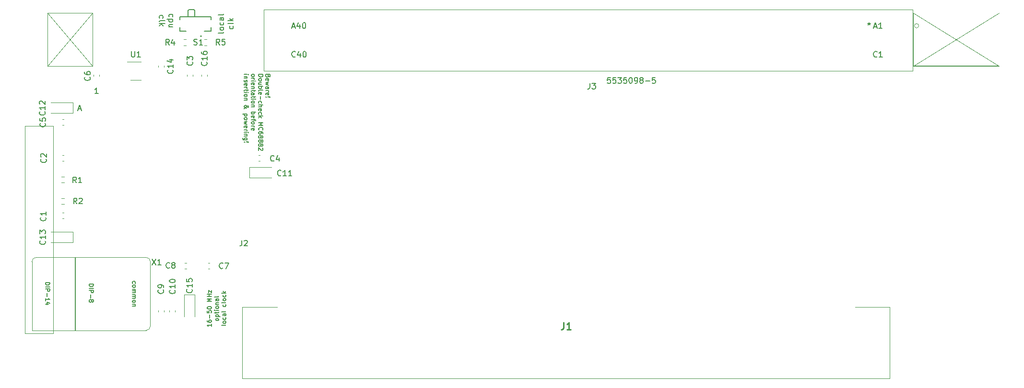
<source format=gbr>
%TF.GenerationSoftware,KiCad,Pcbnew,5.1.9+dfsg1-1~bpo10+1*%
%TF.CreationDate,2023-04-26T15:41:01+02:00*%
%TF.ProjectId,IIsiPDSAdapter,49497369-5044-4534-9164-61707465722e,rev?*%
%TF.SameCoordinates,Original*%
%TF.FileFunction,Legend,Top*%
%TF.FilePolarity,Positive*%
%FSLAX46Y46*%
G04 Gerber Fmt 4.6, Leading zero omitted, Abs format (unit mm)*
G04 Created by KiCad (PCBNEW 5.1.9+dfsg1-1~bpo10+1) date 2023-04-26 15:41:01*
%MOMM*%
%LPD*%
G01*
G04 APERTURE LIST*
%ADD10C,0.150000*%
%ADD11C,0.200000*%
%ADD12C,0.120000*%
%ADD13C,0.127000*%
%ADD14C,0.100000*%
%ADD15C,0.254000*%
G04 APERTURE END LIST*
D10*
X87854285Y-153002142D02*
X87854285Y-153430714D01*
X87854285Y-153216428D02*
X87104285Y-153216428D01*
X87211428Y-153287857D01*
X87282857Y-153359285D01*
X87318571Y-153430714D01*
X87104285Y-152359285D02*
X87104285Y-152502142D01*
X87140000Y-152573571D01*
X87175714Y-152609285D01*
X87282857Y-152680714D01*
X87425714Y-152716428D01*
X87711428Y-152716428D01*
X87782857Y-152680714D01*
X87818571Y-152645000D01*
X87854285Y-152573571D01*
X87854285Y-152430714D01*
X87818571Y-152359285D01*
X87782857Y-152323571D01*
X87711428Y-152287857D01*
X87532857Y-152287857D01*
X87461428Y-152323571D01*
X87425714Y-152359285D01*
X87390000Y-152430714D01*
X87390000Y-152573571D01*
X87425714Y-152645000D01*
X87461428Y-152680714D01*
X87532857Y-152716428D01*
X87568571Y-151966428D02*
X87568571Y-151395000D01*
X87104285Y-150680714D02*
X87104285Y-151037857D01*
X87461428Y-151073571D01*
X87425714Y-151037857D01*
X87390000Y-150966428D01*
X87390000Y-150787857D01*
X87425714Y-150716428D01*
X87461428Y-150680714D01*
X87532857Y-150645000D01*
X87711428Y-150645000D01*
X87782857Y-150680714D01*
X87818571Y-150716428D01*
X87854285Y-150787857D01*
X87854285Y-150966428D01*
X87818571Y-151037857D01*
X87782857Y-151073571D01*
X87104285Y-150180714D02*
X87104285Y-150109285D01*
X87140000Y-150037857D01*
X87175714Y-150002142D01*
X87247142Y-149966428D01*
X87390000Y-149930714D01*
X87568571Y-149930714D01*
X87711428Y-149966428D01*
X87782857Y-150002142D01*
X87818571Y-150037857D01*
X87854285Y-150109285D01*
X87854285Y-150180714D01*
X87818571Y-150252142D01*
X87782857Y-150287857D01*
X87711428Y-150323571D01*
X87568571Y-150359285D01*
X87390000Y-150359285D01*
X87247142Y-150323571D01*
X87175714Y-150287857D01*
X87140000Y-150252142D01*
X87104285Y-150180714D01*
X87854285Y-149037857D02*
X87104285Y-149037857D01*
X87640000Y-148787857D01*
X87104285Y-148537857D01*
X87854285Y-148537857D01*
X87854285Y-148180714D02*
X87104285Y-148180714D01*
X87461428Y-148180714D02*
X87461428Y-147752142D01*
X87854285Y-147752142D02*
X87104285Y-147752142D01*
X87354285Y-147466428D02*
X87354285Y-147073571D01*
X87854285Y-147466428D01*
X87854285Y-147073571D01*
X89129285Y-152270000D02*
X89093571Y-152341428D01*
X89057857Y-152377142D01*
X88986428Y-152412857D01*
X88772142Y-152412857D01*
X88700714Y-152377142D01*
X88665000Y-152341428D01*
X88629285Y-152270000D01*
X88629285Y-152162857D01*
X88665000Y-152091428D01*
X88700714Y-152055714D01*
X88772142Y-152020000D01*
X88986428Y-152020000D01*
X89057857Y-152055714D01*
X89093571Y-152091428D01*
X89129285Y-152162857D01*
X89129285Y-152270000D01*
X88629285Y-151698571D02*
X89379285Y-151698571D01*
X88665000Y-151698571D02*
X88629285Y-151627142D01*
X88629285Y-151484285D01*
X88665000Y-151412857D01*
X88700714Y-151377142D01*
X88772142Y-151341428D01*
X88986428Y-151341428D01*
X89057857Y-151377142D01*
X89093571Y-151412857D01*
X89129285Y-151484285D01*
X89129285Y-151627142D01*
X89093571Y-151698571D01*
X88629285Y-151127142D02*
X88629285Y-150841428D01*
X88379285Y-151020000D02*
X89022142Y-151020000D01*
X89093571Y-150984285D01*
X89129285Y-150912857D01*
X89129285Y-150841428D01*
X89129285Y-150591428D02*
X88629285Y-150591428D01*
X88379285Y-150591428D02*
X88415000Y-150627142D01*
X88450714Y-150591428D01*
X88415000Y-150555714D01*
X88379285Y-150591428D01*
X88450714Y-150591428D01*
X89129285Y-150127142D02*
X89093571Y-150198571D01*
X89057857Y-150234285D01*
X88986428Y-150270000D01*
X88772142Y-150270000D01*
X88700714Y-150234285D01*
X88665000Y-150198571D01*
X88629285Y-150127142D01*
X88629285Y-150020000D01*
X88665000Y-149948571D01*
X88700714Y-149912857D01*
X88772142Y-149877142D01*
X88986428Y-149877142D01*
X89057857Y-149912857D01*
X89093571Y-149948571D01*
X89129285Y-150020000D01*
X89129285Y-150127142D01*
X88629285Y-149555714D02*
X89129285Y-149555714D01*
X88700714Y-149555714D02*
X88665000Y-149520000D01*
X88629285Y-149448571D01*
X88629285Y-149341428D01*
X88665000Y-149270000D01*
X88736428Y-149234285D01*
X89129285Y-149234285D01*
X89129285Y-148555714D02*
X88736428Y-148555714D01*
X88665000Y-148591428D01*
X88629285Y-148662857D01*
X88629285Y-148805714D01*
X88665000Y-148877142D01*
X89093571Y-148555714D02*
X89129285Y-148627142D01*
X89129285Y-148805714D01*
X89093571Y-148877142D01*
X89022142Y-148912857D01*
X88950714Y-148912857D01*
X88879285Y-148877142D01*
X88843571Y-148805714D01*
X88843571Y-148627142D01*
X88807857Y-148555714D01*
X89129285Y-148091428D02*
X89093571Y-148162857D01*
X89022142Y-148198571D01*
X88379285Y-148198571D01*
X90404285Y-153145000D02*
X90368571Y-153216428D01*
X90297142Y-153252142D01*
X89654285Y-153252142D01*
X90404285Y-152752142D02*
X90368571Y-152823571D01*
X90332857Y-152859285D01*
X90261428Y-152895000D01*
X90047142Y-152895000D01*
X89975714Y-152859285D01*
X89940000Y-152823571D01*
X89904285Y-152752142D01*
X89904285Y-152645000D01*
X89940000Y-152573571D01*
X89975714Y-152537857D01*
X90047142Y-152502142D01*
X90261428Y-152502142D01*
X90332857Y-152537857D01*
X90368571Y-152573571D01*
X90404285Y-152645000D01*
X90404285Y-152752142D01*
X90368571Y-151859285D02*
X90404285Y-151930714D01*
X90404285Y-152073571D01*
X90368571Y-152145000D01*
X90332857Y-152180714D01*
X90261428Y-152216428D01*
X90047142Y-152216428D01*
X89975714Y-152180714D01*
X89940000Y-152145000D01*
X89904285Y-152073571D01*
X89904285Y-151930714D01*
X89940000Y-151859285D01*
X90404285Y-151216428D02*
X90011428Y-151216428D01*
X89940000Y-151252142D01*
X89904285Y-151323571D01*
X89904285Y-151466428D01*
X89940000Y-151537857D01*
X90368571Y-151216428D02*
X90404285Y-151287857D01*
X90404285Y-151466428D01*
X90368571Y-151537857D01*
X90297142Y-151573571D01*
X90225714Y-151573571D01*
X90154285Y-151537857D01*
X90118571Y-151466428D01*
X90118571Y-151287857D01*
X90082857Y-151216428D01*
X90404285Y-150752142D02*
X90368571Y-150823571D01*
X90297142Y-150859285D01*
X89654285Y-150859285D01*
X90368571Y-149573571D02*
X90404285Y-149645000D01*
X90404285Y-149787857D01*
X90368571Y-149859285D01*
X90332857Y-149895000D01*
X90261428Y-149930714D01*
X90047142Y-149930714D01*
X89975714Y-149895000D01*
X89940000Y-149859285D01*
X89904285Y-149787857D01*
X89904285Y-149645000D01*
X89940000Y-149573571D01*
X90404285Y-149145000D02*
X90368571Y-149216428D01*
X90297142Y-149252142D01*
X89654285Y-149252142D01*
X90404285Y-148752142D02*
X90368571Y-148823571D01*
X90332857Y-148859285D01*
X90261428Y-148895000D01*
X90047142Y-148895000D01*
X89975714Y-148859285D01*
X89940000Y-148823571D01*
X89904285Y-148752142D01*
X89904285Y-148645000D01*
X89940000Y-148573571D01*
X89975714Y-148537857D01*
X90047142Y-148502142D01*
X90261428Y-148502142D01*
X90332857Y-148537857D01*
X90368571Y-148573571D01*
X90404285Y-148645000D01*
X90404285Y-148752142D01*
X90368571Y-147859285D02*
X90404285Y-147930714D01*
X90404285Y-148073571D01*
X90368571Y-148145000D01*
X90332857Y-148180714D01*
X90261428Y-148216428D01*
X90047142Y-148216428D01*
X89975714Y-148180714D01*
X89940000Y-148145000D01*
X89904285Y-148073571D01*
X89904285Y-147930714D01*
X89940000Y-147859285D01*
X90404285Y-147537857D02*
X89654285Y-147537857D01*
X90118571Y-147466428D02*
X90404285Y-147252142D01*
X89904285Y-147252142D02*
X90190000Y-147537857D01*
X97876071Y-109156071D02*
X97840357Y-109263214D01*
X97804642Y-109298928D01*
X97733214Y-109334642D01*
X97626071Y-109334642D01*
X97554642Y-109298928D01*
X97518928Y-109263214D01*
X97483214Y-109191785D01*
X97483214Y-108906071D01*
X98233214Y-108906071D01*
X98233214Y-109156071D01*
X98197500Y-109227500D01*
X98161785Y-109263214D01*
X98090357Y-109298928D01*
X98018928Y-109298928D01*
X97947500Y-109263214D01*
X97911785Y-109227500D01*
X97876071Y-109156071D01*
X97876071Y-108906071D01*
X97518928Y-109941785D02*
X97483214Y-109870357D01*
X97483214Y-109727500D01*
X97518928Y-109656071D01*
X97590357Y-109620357D01*
X97876071Y-109620357D01*
X97947500Y-109656071D01*
X97983214Y-109727500D01*
X97983214Y-109870357D01*
X97947500Y-109941785D01*
X97876071Y-109977500D01*
X97804642Y-109977500D01*
X97733214Y-109620357D01*
X97983214Y-110227500D02*
X97483214Y-110370357D01*
X97840357Y-110513214D01*
X97483214Y-110656071D01*
X97983214Y-110798928D01*
X97483214Y-111406071D02*
X97876071Y-111406071D01*
X97947500Y-111370357D01*
X97983214Y-111298928D01*
X97983214Y-111156071D01*
X97947500Y-111084642D01*
X97518928Y-111406071D02*
X97483214Y-111334642D01*
X97483214Y-111156071D01*
X97518928Y-111084642D01*
X97590357Y-111048928D01*
X97661785Y-111048928D01*
X97733214Y-111084642D01*
X97768928Y-111156071D01*
X97768928Y-111334642D01*
X97804642Y-111406071D01*
X97483214Y-111763214D02*
X97983214Y-111763214D01*
X97840357Y-111763214D02*
X97911785Y-111798928D01*
X97947500Y-111834642D01*
X97983214Y-111906071D01*
X97983214Y-111977500D01*
X97518928Y-112513214D02*
X97483214Y-112441785D01*
X97483214Y-112298928D01*
X97518928Y-112227500D01*
X97590357Y-112191785D01*
X97876071Y-112191785D01*
X97947500Y-112227500D01*
X97983214Y-112298928D01*
X97983214Y-112441785D01*
X97947500Y-112513214D01*
X97876071Y-112548928D01*
X97804642Y-112548928D01*
X97733214Y-112191785D01*
X97554642Y-112870357D02*
X97518928Y-112906071D01*
X97483214Y-112870357D01*
X97518928Y-112834642D01*
X97554642Y-112870357D01*
X97483214Y-112870357D01*
X97768928Y-112870357D02*
X98197500Y-112834642D01*
X98233214Y-112870357D01*
X98197500Y-112906071D01*
X97768928Y-112870357D01*
X98233214Y-112870357D01*
X96208214Y-108906071D02*
X96958214Y-108906071D01*
X96958214Y-109084642D01*
X96922500Y-109191785D01*
X96851071Y-109263214D01*
X96779642Y-109298928D01*
X96636785Y-109334642D01*
X96529642Y-109334642D01*
X96386785Y-109298928D01*
X96315357Y-109263214D01*
X96243928Y-109191785D01*
X96208214Y-109084642D01*
X96208214Y-108906071D01*
X96208214Y-109763214D02*
X96243928Y-109691785D01*
X96279642Y-109656071D01*
X96351071Y-109620357D01*
X96565357Y-109620357D01*
X96636785Y-109656071D01*
X96672500Y-109691785D01*
X96708214Y-109763214D01*
X96708214Y-109870357D01*
X96672500Y-109941785D01*
X96636785Y-109977500D01*
X96565357Y-110013214D01*
X96351071Y-110013214D01*
X96279642Y-109977500D01*
X96243928Y-109941785D01*
X96208214Y-109870357D01*
X96208214Y-109763214D01*
X96708214Y-110656071D02*
X96208214Y-110656071D01*
X96708214Y-110334642D02*
X96315357Y-110334642D01*
X96243928Y-110370357D01*
X96208214Y-110441785D01*
X96208214Y-110548928D01*
X96243928Y-110620357D01*
X96279642Y-110656071D01*
X96208214Y-111013214D02*
X96958214Y-111013214D01*
X96672500Y-111013214D02*
X96708214Y-111084642D01*
X96708214Y-111227500D01*
X96672500Y-111298928D01*
X96636785Y-111334642D01*
X96565357Y-111370357D01*
X96351071Y-111370357D01*
X96279642Y-111334642D01*
X96243928Y-111298928D01*
X96208214Y-111227500D01*
X96208214Y-111084642D01*
X96243928Y-111013214D01*
X96208214Y-111798928D02*
X96243928Y-111727500D01*
X96315357Y-111691785D01*
X96958214Y-111691785D01*
X96243928Y-112370357D02*
X96208214Y-112298928D01*
X96208214Y-112156071D01*
X96243928Y-112084642D01*
X96315357Y-112048928D01*
X96601071Y-112048928D01*
X96672500Y-112084642D01*
X96708214Y-112156071D01*
X96708214Y-112298928D01*
X96672500Y-112370357D01*
X96601071Y-112406071D01*
X96529642Y-112406071D01*
X96458214Y-112048928D01*
X96493928Y-112727500D02*
X96493928Y-113298928D01*
X96243928Y-113977500D02*
X96208214Y-113906071D01*
X96208214Y-113763214D01*
X96243928Y-113691785D01*
X96279642Y-113656071D01*
X96351071Y-113620357D01*
X96565357Y-113620357D01*
X96636785Y-113656071D01*
X96672500Y-113691785D01*
X96708214Y-113763214D01*
X96708214Y-113906071D01*
X96672500Y-113977500D01*
X96208214Y-114298928D02*
X96958214Y-114298928D01*
X96208214Y-114620357D02*
X96601071Y-114620357D01*
X96672500Y-114584642D01*
X96708214Y-114513214D01*
X96708214Y-114406071D01*
X96672500Y-114334642D01*
X96636785Y-114298928D01*
X96243928Y-115263214D02*
X96208214Y-115191785D01*
X96208214Y-115048928D01*
X96243928Y-114977500D01*
X96315357Y-114941785D01*
X96601071Y-114941785D01*
X96672500Y-114977500D01*
X96708214Y-115048928D01*
X96708214Y-115191785D01*
X96672500Y-115263214D01*
X96601071Y-115298928D01*
X96529642Y-115298928D01*
X96458214Y-114941785D01*
X96243928Y-115941785D02*
X96208214Y-115870357D01*
X96208214Y-115727500D01*
X96243928Y-115656071D01*
X96279642Y-115620357D01*
X96351071Y-115584642D01*
X96565357Y-115584642D01*
X96636785Y-115620357D01*
X96672500Y-115656071D01*
X96708214Y-115727500D01*
X96708214Y-115870357D01*
X96672500Y-115941785D01*
X96208214Y-116263214D02*
X96958214Y-116263214D01*
X96493928Y-116334642D02*
X96208214Y-116548928D01*
X96708214Y-116548928D02*
X96422500Y-116263214D01*
X96208214Y-117441785D02*
X96958214Y-117441785D01*
X96422500Y-117691785D01*
X96958214Y-117941785D01*
X96208214Y-117941785D01*
X96279642Y-118727500D02*
X96243928Y-118691785D01*
X96208214Y-118584642D01*
X96208214Y-118513214D01*
X96243928Y-118406071D01*
X96315357Y-118334642D01*
X96386785Y-118298928D01*
X96529642Y-118263214D01*
X96636785Y-118263214D01*
X96779642Y-118298928D01*
X96851071Y-118334642D01*
X96922500Y-118406071D01*
X96958214Y-118513214D01*
X96958214Y-118584642D01*
X96922500Y-118691785D01*
X96886785Y-118727500D01*
X96958214Y-119370357D02*
X96958214Y-119227500D01*
X96922500Y-119156071D01*
X96886785Y-119120357D01*
X96779642Y-119048928D01*
X96636785Y-119013214D01*
X96351071Y-119013214D01*
X96279642Y-119048928D01*
X96243928Y-119084642D01*
X96208214Y-119156071D01*
X96208214Y-119298928D01*
X96243928Y-119370357D01*
X96279642Y-119406071D01*
X96351071Y-119441785D01*
X96529642Y-119441785D01*
X96601071Y-119406071D01*
X96636785Y-119370357D01*
X96672500Y-119298928D01*
X96672500Y-119156071D01*
X96636785Y-119084642D01*
X96601071Y-119048928D01*
X96529642Y-119013214D01*
X96636785Y-119870357D02*
X96672500Y-119798928D01*
X96708214Y-119763214D01*
X96779642Y-119727500D01*
X96815357Y-119727500D01*
X96886785Y-119763214D01*
X96922500Y-119798928D01*
X96958214Y-119870357D01*
X96958214Y-120013214D01*
X96922500Y-120084642D01*
X96886785Y-120120357D01*
X96815357Y-120156071D01*
X96779642Y-120156071D01*
X96708214Y-120120357D01*
X96672500Y-120084642D01*
X96636785Y-120013214D01*
X96636785Y-119870357D01*
X96601071Y-119798928D01*
X96565357Y-119763214D01*
X96493928Y-119727500D01*
X96351071Y-119727500D01*
X96279642Y-119763214D01*
X96243928Y-119798928D01*
X96208214Y-119870357D01*
X96208214Y-120013214D01*
X96243928Y-120084642D01*
X96279642Y-120120357D01*
X96351071Y-120156071D01*
X96493928Y-120156071D01*
X96565357Y-120120357D01*
X96601071Y-120084642D01*
X96636785Y-120013214D01*
X96636785Y-120584642D02*
X96672500Y-120513214D01*
X96708214Y-120477500D01*
X96779642Y-120441785D01*
X96815357Y-120441785D01*
X96886785Y-120477500D01*
X96922500Y-120513214D01*
X96958214Y-120584642D01*
X96958214Y-120727500D01*
X96922500Y-120798928D01*
X96886785Y-120834642D01*
X96815357Y-120870357D01*
X96779642Y-120870357D01*
X96708214Y-120834642D01*
X96672500Y-120798928D01*
X96636785Y-120727500D01*
X96636785Y-120584642D01*
X96601071Y-120513214D01*
X96565357Y-120477500D01*
X96493928Y-120441785D01*
X96351071Y-120441785D01*
X96279642Y-120477500D01*
X96243928Y-120513214D01*
X96208214Y-120584642D01*
X96208214Y-120727500D01*
X96243928Y-120798928D01*
X96279642Y-120834642D01*
X96351071Y-120870357D01*
X96493928Y-120870357D01*
X96565357Y-120834642D01*
X96601071Y-120798928D01*
X96636785Y-120727500D01*
X96636785Y-121298928D02*
X96672500Y-121227500D01*
X96708214Y-121191785D01*
X96779642Y-121156071D01*
X96815357Y-121156071D01*
X96886785Y-121191785D01*
X96922500Y-121227500D01*
X96958214Y-121298928D01*
X96958214Y-121441785D01*
X96922500Y-121513214D01*
X96886785Y-121548928D01*
X96815357Y-121584642D01*
X96779642Y-121584642D01*
X96708214Y-121548928D01*
X96672500Y-121513214D01*
X96636785Y-121441785D01*
X96636785Y-121298928D01*
X96601071Y-121227500D01*
X96565357Y-121191785D01*
X96493928Y-121156071D01*
X96351071Y-121156071D01*
X96279642Y-121191785D01*
X96243928Y-121227500D01*
X96208214Y-121298928D01*
X96208214Y-121441785D01*
X96243928Y-121513214D01*
X96279642Y-121548928D01*
X96351071Y-121584642D01*
X96493928Y-121584642D01*
X96565357Y-121548928D01*
X96601071Y-121513214D01*
X96636785Y-121441785D01*
X96886785Y-121870357D02*
X96922500Y-121906071D01*
X96958214Y-121977500D01*
X96958214Y-122156071D01*
X96922500Y-122227500D01*
X96886785Y-122263214D01*
X96815357Y-122298928D01*
X96743928Y-122298928D01*
X96636785Y-122263214D01*
X96208214Y-121834642D01*
X96208214Y-122298928D01*
X94933214Y-109013214D02*
X94968928Y-108941785D01*
X95004642Y-108906071D01*
X95076071Y-108870357D01*
X95290357Y-108870357D01*
X95361785Y-108906071D01*
X95397500Y-108941785D01*
X95433214Y-109013214D01*
X95433214Y-109120357D01*
X95397500Y-109191785D01*
X95361785Y-109227500D01*
X95290357Y-109263214D01*
X95076071Y-109263214D01*
X95004642Y-109227500D01*
X94968928Y-109191785D01*
X94933214Y-109120357D01*
X94933214Y-109013214D01*
X94933214Y-109584642D02*
X95433214Y-109584642D01*
X95290357Y-109584642D02*
X95361785Y-109620357D01*
X95397500Y-109656071D01*
X95433214Y-109727500D01*
X95433214Y-109798928D01*
X94933214Y-110048928D02*
X95433214Y-110048928D01*
X95683214Y-110048928D02*
X95647500Y-110013214D01*
X95611785Y-110048928D01*
X95647500Y-110084642D01*
X95683214Y-110048928D01*
X95611785Y-110048928D01*
X94968928Y-110691785D02*
X94933214Y-110620357D01*
X94933214Y-110477500D01*
X94968928Y-110406071D01*
X95040357Y-110370357D01*
X95326071Y-110370357D01*
X95397500Y-110406071D01*
X95433214Y-110477500D01*
X95433214Y-110620357D01*
X95397500Y-110691785D01*
X95326071Y-110727500D01*
X95254642Y-110727500D01*
X95183214Y-110370357D01*
X95433214Y-111048928D02*
X94933214Y-111048928D01*
X95361785Y-111048928D02*
X95397500Y-111084642D01*
X95433214Y-111156071D01*
X95433214Y-111263214D01*
X95397500Y-111334642D01*
X95326071Y-111370357D01*
X94933214Y-111370357D01*
X95433214Y-111620357D02*
X95433214Y-111906071D01*
X95683214Y-111727500D02*
X95040357Y-111727500D01*
X94968928Y-111763214D01*
X94933214Y-111834642D01*
X94933214Y-111906071D01*
X94933214Y-112477500D02*
X95326071Y-112477500D01*
X95397500Y-112441785D01*
X95433214Y-112370357D01*
X95433214Y-112227500D01*
X95397500Y-112156071D01*
X94968928Y-112477500D02*
X94933214Y-112406071D01*
X94933214Y-112227500D01*
X94968928Y-112156071D01*
X95040357Y-112120357D01*
X95111785Y-112120357D01*
X95183214Y-112156071D01*
X95218928Y-112227500D01*
X95218928Y-112406071D01*
X95254642Y-112477500D01*
X95433214Y-112727500D02*
X95433214Y-113013214D01*
X95683214Y-112834642D02*
X95040357Y-112834642D01*
X94968928Y-112870357D01*
X94933214Y-112941785D01*
X94933214Y-113013214D01*
X94933214Y-113263214D02*
X95433214Y-113263214D01*
X95683214Y-113263214D02*
X95647500Y-113227500D01*
X95611785Y-113263214D01*
X95647500Y-113298928D01*
X95683214Y-113263214D01*
X95611785Y-113263214D01*
X94933214Y-113727500D02*
X94968928Y-113656071D01*
X95004642Y-113620357D01*
X95076071Y-113584642D01*
X95290357Y-113584642D01*
X95361785Y-113620357D01*
X95397500Y-113656071D01*
X95433214Y-113727500D01*
X95433214Y-113834642D01*
X95397500Y-113906071D01*
X95361785Y-113941785D01*
X95290357Y-113977500D01*
X95076071Y-113977500D01*
X95004642Y-113941785D01*
X94968928Y-113906071D01*
X94933214Y-113834642D01*
X94933214Y-113727500D01*
X95433214Y-114298928D02*
X94933214Y-114298928D01*
X95361785Y-114298928D02*
X95397500Y-114334642D01*
X95433214Y-114406071D01*
X95433214Y-114513214D01*
X95397500Y-114584642D01*
X95326071Y-114620357D01*
X94933214Y-114620357D01*
X94933214Y-115548928D02*
X95683214Y-115548928D01*
X95397500Y-115548928D02*
X95433214Y-115620357D01*
X95433214Y-115763214D01*
X95397500Y-115834642D01*
X95361785Y-115870357D01*
X95290357Y-115906071D01*
X95076071Y-115906071D01*
X95004642Y-115870357D01*
X94968928Y-115834642D01*
X94933214Y-115763214D01*
X94933214Y-115620357D01*
X94968928Y-115548928D01*
X94968928Y-116513214D02*
X94933214Y-116441785D01*
X94933214Y-116298928D01*
X94968928Y-116227500D01*
X95040357Y-116191785D01*
X95326071Y-116191785D01*
X95397500Y-116227500D01*
X95433214Y-116298928D01*
X95433214Y-116441785D01*
X95397500Y-116513214D01*
X95326071Y-116548928D01*
X95254642Y-116548928D01*
X95183214Y-116191785D01*
X95433214Y-116763214D02*
X95433214Y-117048928D01*
X94933214Y-116870357D02*
X95576071Y-116870357D01*
X95647500Y-116906071D01*
X95683214Y-116977500D01*
X95683214Y-117048928D01*
X94933214Y-117406071D02*
X94968928Y-117334642D01*
X95004642Y-117298928D01*
X95076071Y-117263214D01*
X95290357Y-117263214D01*
X95361785Y-117298928D01*
X95397500Y-117334642D01*
X95433214Y-117406071D01*
X95433214Y-117513214D01*
X95397500Y-117584642D01*
X95361785Y-117620357D01*
X95290357Y-117656071D01*
X95076071Y-117656071D01*
X95004642Y-117620357D01*
X94968928Y-117584642D01*
X94933214Y-117513214D01*
X94933214Y-117406071D01*
X94933214Y-117977500D02*
X95433214Y-117977500D01*
X95290357Y-117977500D02*
X95361785Y-118013214D01*
X95397500Y-118048928D01*
X95433214Y-118120357D01*
X95433214Y-118191785D01*
X94968928Y-118727500D02*
X94933214Y-118656071D01*
X94933214Y-118513214D01*
X94968928Y-118441785D01*
X95040357Y-118406071D01*
X95326071Y-118406071D01*
X95397500Y-118441785D01*
X95433214Y-118513214D01*
X95433214Y-118656071D01*
X95397500Y-118727500D01*
X95326071Y-118763214D01*
X95254642Y-118763214D01*
X95183214Y-118406071D01*
X93658214Y-108906071D02*
X94158214Y-108906071D01*
X94408214Y-108906071D02*
X94372500Y-108870357D01*
X94336785Y-108906071D01*
X94372500Y-108941785D01*
X94408214Y-108906071D01*
X94336785Y-108906071D01*
X94158214Y-109263214D02*
X93658214Y-109263214D01*
X94086785Y-109263214D02*
X94122500Y-109298928D01*
X94158214Y-109370357D01*
X94158214Y-109477500D01*
X94122500Y-109548928D01*
X94051071Y-109584642D01*
X93658214Y-109584642D01*
X93693928Y-109906071D02*
X93658214Y-109977500D01*
X93658214Y-110120357D01*
X93693928Y-110191785D01*
X93765357Y-110227500D01*
X93801071Y-110227500D01*
X93872500Y-110191785D01*
X93908214Y-110120357D01*
X93908214Y-110013214D01*
X93943928Y-109941785D01*
X94015357Y-109906071D01*
X94051071Y-109906071D01*
X94122500Y-109941785D01*
X94158214Y-110013214D01*
X94158214Y-110120357D01*
X94122500Y-110191785D01*
X93693928Y-110834642D02*
X93658214Y-110763214D01*
X93658214Y-110620357D01*
X93693928Y-110548928D01*
X93765357Y-110513214D01*
X94051071Y-110513214D01*
X94122500Y-110548928D01*
X94158214Y-110620357D01*
X94158214Y-110763214D01*
X94122500Y-110834642D01*
X94051071Y-110870357D01*
X93979642Y-110870357D01*
X93908214Y-110513214D01*
X93658214Y-111191785D02*
X94158214Y-111191785D01*
X94015357Y-111191785D02*
X94086785Y-111227500D01*
X94122500Y-111263214D01*
X94158214Y-111334642D01*
X94158214Y-111406071D01*
X94158214Y-111548928D02*
X94158214Y-111834642D01*
X94408214Y-111656071D02*
X93765357Y-111656071D01*
X93693928Y-111691785D01*
X93658214Y-111763214D01*
X93658214Y-111834642D01*
X93658214Y-112084642D02*
X94158214Y-112084642D01*
X94408214Y-112084642D02*
X94372500Y-112048928D01*
X94336785Y-112084642D01*
X94372500Y-112120357D01*
X94408214Y-112084642D01*
X94336785Y-112084642D01*
X93658214Y-112548928D02*
X93693928Y-112477500D01*
X93729642Y-112441785D01*
X93801071Y-112406071D01*
X94015357Y-112406071D01*
X94086785Y-112441785D01*
X94122500Y-112477500D01*
X94158214Y-112548928D01*
X94158214Y-112656071D01*
X94122500Y-112727500D01*
X94086785Y-112763214D01*
X94015357Y-112798928D01*
X93801071Y-112798928D01*
X93729642Y-112763214D01*
X93693928Y-112727500D01*
X93658214Y-112656071D01*
X93658214Y-112548928D01*
X94158214Y-113120357D02*
X93658214Y-113120357D01*
X94086785Y-113120357D02*
X94122500Y-113156071D01*
X94158214Y-113227500D01*
X94158214Y-113334642D01*
X94122500Y-113406071D01*
X94051071Y-113441785D01*
X93658214Y-113441785D01*
X93658214Y-114977500D02*
X93658214Y-114941785D01*
X93693928Y-114870357D01*
X93801071Y-114763214D01*
X94015357Y-114584642D01*
X94122500Y-114513214D01*
X94229642Y-114477500D01*
X94301071Y-114477500D01*
X94372500Y-114513214D01*
X94408214Y-114584642D01*
X94408214Y-114620357D01*
X94372500Y-114691785D01*
X94301071Y-114727500D01*
X94265357Y-114727500D01*
X94193928Y-114691785D01*
X94158214Y-114656071D01*
X94015357Y-114441785D01*
X93979642Y-114406071D01*
X93908214Y-114370357D01*
X93801071Y-114370357D01*
X93729642Y-114406071D01*
X93693928Y-114441785D01*
X93658214Y-114513214D01*
X93658214Y-114620357D01*
X93693928Y-114691785D01*
X93729642Y-114727500D01*
X93872500Y-114834642D01*
X93979642Y-114870357D01*
X94051071Y-114870357D01*
X94158214Y-115870357D02*
X93408214Y-115870357D01*
X94122500Y-115870357D02*
X94158214Y-115941785D01*
X94158214Y-116084642D01*
X94122500Y-116156071D01*
X94086785Y-116191785D01*
X94015357Y-116227500D01*
X93801071Y-116227500D01*
X93729642Y-116191785D01*
X93693928Y-116156071D01*
X93658214Y-116084642D01*
X93658214Y-115941785D01*
X93693928Y-115870357D01*
X93658214Y-116656071D02*
X93693928Y-116584642D01*
X93729642Y-116548928D01*
X93801071Y-116513214D01*
X94015357Y-116513214D01*
X94086785Y-116548928D01*
X94122500Y-116584642D01*
X94158214Y-116656071D01*
X94158214Y-116763214D01*
X94122500Y-116834642D01*
X94086785Y-116870357D01*
X94015357Y-116906071D01*
X93801071Y-116906071D01*
X93729642Y-116870357D01*
X93693928Y-116834642D01*
X93658214Y-116763214D01*
X93658214Y-116656071D01*
X94158214Y-117156071D02*
X93658214Y-117298928D01*
X94015357Y-117441785D01*
X93658214Y-117584642D01*
X94158214Y-117727500D01*
X93693928Y-118298928D02*
X93658214Y-118227500D01*
X93658214Y-118084642D01*
X93693928Y-118013214D01*
X93765357Y-117977500D01*
X94051071Y-117977500D01*
X94122500Y-118013214D01*
X94158214Y-118084642D01*
X94158214Y-118227500D01*
X94122500Y-118298928D01*
X94051071Y-118334642D01*
X93979642Y-118334642D01*
X93908214Y-117977500D01*
X93658214Y-118656071D02*
X94158214Y-118656071D01*
X94015357Y-118656071D02*
X94086785Y-118691785D01*
X94122500Y-118727500D01*
X94158214Y-118798928D01*
X94158214Y-118870357D01*
X93658214Y-119120357D02*
X94158214Y-119120357D01*
X94408214Y-119120357D02*
X94372500Y-119084642D01*
X94336785Y-119120357D01*
X94372500Y-119156071D01*
X94408214Y-119120357D01*
X94336785Y-119120357D01*
X94158214Y-119477500D02*
X93658214Y-119477500D01*
X94086785Y-119477500D02*
X94122500Y-119513214D01*
X94158214Y-119584642D01*
X94158214Y-119691785D01*
X94122500Y-119763214D01*
X94051071Y-119798928D01*
X93658214Y-119798928D01*
X94158214Y-120477500D02*
X93551071Y-120477500D01*
X93479642Y-120441785D01*
X93443928Y-120406071D01*
X93408214Y-120334642D01*
X93408214Y-120227500D01*
X93443928Y-120156071D01*
X93693928Y-120477500D02*
X93658214Y-120406071D01*
X93658214Y-120263214D01*
X93693928Y-120191785D01*
X93729642Y-120156071D01*
X93801071Y-120120357D01*
X94015357Y-120120357D01*
X94086785Y-120156071D01*
X94122500Y-120191785D01*
X94158214Y-120263214D01*
X94158214Y-120406071D01*
X94122500Y-120477500D01*
X93729642Y-120834642D02*
X93693928Y-120870357D01*
X93658214Y-120834642D01*
X93693928Y-120798928D01*
X93729642Y-120834642D01*
X93658214Y-120834642D01*
X93943928Y-120834642D02*
X94372500Y-120798928D01*
X94408214Y-120834642D01*
X94372500Y-120870357D01*
X93943928Y-120834642D01*
X94408214Y-120834642D01*
X58560714Y-145701428D02*
X59310714Y-145701428D01*
X59310714Y-145880000D01*
X59275000Y-145987142D01*
X59203571Y-146058571D01*
X59132142Y-146094285D01*
X58989285Y-146130000D01*
X58882142Y-146130000D01*
X58739285Y-146094285D01*
X58667857Y-146058571D01*
X58596428Y-145987142D01*
X58560714Y-145880000D01*
X58560714Y-145701428D01*
X58560714Y-146451428D02*
X59310714Y-146451428D01*
X58560714Y-146808571D02*
X59310714Y-146808571D01*
X59310714Y-147094285D01*
X59275000Y-147165714D01*
X59239285Y-147201428D01*
X59167857Y-147237142D01*
X59060714Y-147237142D01*
X58989285Y-147201428D01*
X58953571Y-147165714D01*
X58917857Y-147094285D01*
X58917857Y-146808571D01*
X58846428Y-147558571D02*
X58846428Y-148130000D01*
X58560714Y-148880000D02*
X58560714Y-148451428D01*
X58560714Y-148665714D02*
X59310714Y-148665714D01*
X59203571Y-148594285D01*
X59132142Y-148522857D01*
X59096428Y-148451428D01*
X59060714Y-149522857D02*
X58560714Y-149522857D01*
X59346428Y-149344285D02*
X58810714Y-149165714D01*
X58810714Y-149630000D01*
X66280714Y-145948571D02*
X67030714Y-145948571D01*
X67030714Y-146127142D01*
X66995000Y-146234285D01*
X66923571Y-146305714D01*
X66852142Y-146341428D01*
X66709285Y-146377142D01*
X66602142Y-146377142D01*
X66459285Y-146341428D01*
X66387857Y-146305714D01*
X66316428Y-146234285D01*
X66280714Y-146127142D01*
X66280714Y-145948571D01*
X66280714Y-146698571D02*
X67030714Y-146698571D01*
X66280714Y-147055714D02*
X67030714Y-147055714D01*
X67030714Y-147341428D01*
X66995000Y-147412857D01*
X66959285Y-147448571D01*
X66887857Y-147484285D01*
X66780714Y-147484285D01*
X66709285Y-147448571D01*
X66673571Y-147412857D01*
X66637857Y-147341428D01*
X66637857Y-147055714D01*
X66566428Y-147805714D02*
X66566428Y-148377142D01*
X66709285Y-148841428D02*
X66745000Y-148770000D01*
X66780714Y-148734285D01*
X66852142Y-148698571D01*
X66887857Y-148698571D01*
X66959285Y-148734285D01*
X66995000Y-148770000D01*
X67030714Y-148841428D01*
X67030714Y-148984285D01*
X66995000Y-149055714D01*
X66959285Y-149091428D01*
X66887857Y-149127142D01*
X66852142Y-149127142D01*
X66780714Y-149091428D01*
X66745000Y-149055714D01*
X66709285Y-148984285D01*
X66709285Y-148841428D01*
X66673571Y-148770000D01*
X66637857Y-148734285D01*
X66566428Y-148698571D01*
X66423571Y-148698571D01*
X66352142Y-148734285D01*
X66316428Y-148770000D01*
X66280714Y-148841428D01*
X66280714Y-148984285D01*
X66316428Y-149055714D01*
X66352142Y-149091428D01*
X66423571Y-149127142D01*
X66566428Y-149127142D01*
X66637857Y-149091428D01*
X66673571Y-149055714D01*
X66709285Y-148984285D01*
X73976428Y-145840714D02*
X73940714Y-145769285D01*
X73940714Y-145626428D01*
X73976428Y-145555000D01*
X74012142Y-145519285D01*
X74083571Y-145483571D01*
X74297857Y-145483571D01*
X74369285Y-145519285D01*
X74405000Y-145555000D01*
X74440714Y-145626428D01*
X74440714Y-145769285D01*
X74405000Y-145840714D01*
X73940714Y-146269285D02*
X73976428Y-146197857D01*
X74012142Y-146162142D01*
X74083571Y-146126428D01*
X74297857Y-146126428D01*
X74369285Y-146162142D01*
X74405000Y-146197857D01*
X74440714Y-146269285D01*
X74440714Y-146376428D01*
X74405000Y-146447857D01*
X74369285Y-146483571D01*
X74297857Y-146519285D01*
X74083571Y-146519285D01*
X74012142Y-146483571D01*
X73976428Y-146447857D01*
X73940714Y-146376428D01*
X73940714Y-146269285D01*
X73940714Y-146840714D02*
X74440714Y-146840714D01*
X74369285Y-146840714D02*
X74405000Y-146876428D01*
X74440714Y-146947857D01*
X74440714Y-147055000D01*
X74405000Y-147126428D01*
X74333571Y-147162142D01*
X73940714Y-147162142D01*
X74333571Y-147162142D02*
X74405000Y-147197857D01*
X74440714Y-147269285D01*
X74440714Y-147376428D01*
X74405000Y-147447857D01*
X74333571Y-147483571D01*
X73940714Y-147483571D01*
X73940714Y-147840714D02*
X74440714Y-147840714D01*
X74369285Y-147840714D02*
X74405000Y-147876428D01*
X74440714Y-147947857D01*
X74440714Y-148055000D01*
X74405000Y-148126428D01*
X74333571Y-148162142D01*
X73940714Y-148162142D01*
X74333571Y-148162142D02*
X74405000Y-148197857D01*
X74440714Y-148269285D01*
X74440714Y-148376428D01*
X74405000Y-148447857D01*
X74333571Y-148483571D01*
X73940714Y-148483571D01*
X73940714Y-148947857D02*
X73976428Y-148876428D01*
X74012142Y-148840714D01*
X74083571Y-148805000D01*
X74297857Y-148805000D01*
X74369285Y-148840714D01*
X74405000Y-148876428D01*
X74440714Y-148947857D01*
X74440714Y-149055000D01*
X74405000Y-149126428D01*
X74369285Y-149162142D01*
X74297857Y-149197857D01*
X74083571Y-149197857D01*
X74012142Y-149162142D01*
X73976428Y-149126428D01*
X73940714Y-149055000D01*
X73940714Y-148947857D01*
X74440714Y-149519285D02*
X73940714Y-149519285D01*
X74369285Y-149519285D02*
X74405000Y-149555000D01*
X74440714Y-149626428D01*
X74440714Y-149733571D01*
X74405000Y-149805000D01*
X74333571Y-149840714D01*
X73940714Y-149840714D01*
D11*
X90022380Y-101406190D02*
X89974761Y-101501428D01*
X89879523Y-101549047D01*
X89022380Y-101549047D01*
X90022380Y-100882380D02*
X89974761Y-100977619D01*
X89927142Y-101025238D01*
X89831904Y-101072857D01*
X89546190Y-101072857D01*
X89450952Y-101025238D01*
X89403333Y-100977619D01*
X89355714Y-100882380D01*
X89355714Y-100739523D01*
X89403333Y-100644285D01*
X89450952Y-100596666D01*
X89546190Y-100549047D01*
X89831904Y-100549047D01*
X89927142Y-100596666D01*
X89974761Y-100644285D01*
X90022380Y-100739523D01*
X90022380Y-100882380D01*
X89974761Y-99691904D02*
X90022380Y-99787142D01*
X90022380Y-99977619D01*
X89974761Y-100072857D01*
X89927142Y-100120476D01*
X89831904Y-100168095D01*
X89546190Y-100168095D01*
X89450952Y-100120476D01*
X89403333Y-100072857D01*
X89355714Y-99977619D01*
X89355714Y-99787142D01*
X89403333Y-99691904D01*
X90022380Y-98834761D02*
X89498571Y-98834761D01*
X89403333Y-98882380D01*
X89355714Y-98977619D01*
X89355714Y-99168095D01*
X89403333Y-99263333D01*
X89974761Y-98834761D02*
X90022380Y-98930000D01*
X90022380Y-99168095D01*
X89974761Y-99263333D01*
X89879523Y-99310952D01*
X89784285Y-99310952D01*
X89689047Y-99263333D01*
X89641428Y-99168095D01*
X89641428Y-98930000D01*
X89593809Y-98834761D01*
X90022380Y-98215714D02*
X89974761Y-98310952D01*
X89879523Y-98358571D01*
X89022380Y-98358571D01*
X91674761Y-100358571D02*
X91722380Y-100453809D01*
X91722380Y-100644285D01*
X91674761Y-100739523D01*
X91627142Y-100787142D01*
X91531904Y-100834761D01*
X91246190Y-100834761D01*
X91150952Y-100787142D01*
X91103333Y-100739523D01*
X91055714Y-100644285D01*
X91055714Y-100453809D01*
X91103333Y-100358571D01*
X91722380Y-99787142D02*
X91674761Y-99882380D01*
X91579523Y-99930000D01*
X90722380Y-99930000D01*
X91722380Y-99406190D02*
X90722380Y-99406190D01*
X91341428Y-99310952D02*
X91722380Y-99025238D01*
X91055714Y-99025238D02*
X91436666Y-99406190D01*
X80405238Y-98723333D02*
X80357619Y-98628095D01*
X80357619Y-98437619D01*
X80405238Y-98342380D01*
X80452857Y-98294761D01*
X80548095Y-98247142D01*
X80833809Y-98247142D01*
X80929047Y-98294761D01*
X80976666Y-98342380D01*
X81024285Y-98437619D01*
X81024285Y-98628095D01*
X80976666Y-98723333D01*
X81024285Y-99151904D02*
X80024285Y-99151904D01*
X80976666Y-99151904D02*
X81024285Y-99247142D01*
X81024285Y-99437619D01*
X80976666Y-99532857D01*
X80929047Y-99580476D01*
X80833809Y-99628095D01*
X80548095Y-99628095D01*
X80452857Y-99580476D01*
X80405238Y-99532857D01*
X80357619Y-99437619D01*
X80357619Y-99247142D01*
X80405238Y-99151904D01*
X81024285Y-100485238D02*
X80357619Y-100485238D01*
X81024285Y-100056666D02*
X80500476Y-100056666D01*
X80405238Y-100104285D01*
X80357619Y-100199523D01*
X80357619Y-100342380D01*
X80405238Y-100437619D01*
X80452857Y-100485238D01*
X78705238Y-98961428D02*
X78657619Y-98866190D01*
X78657619Y-98675714D01*
X78705238Y-98580476D01*
X78752857Y-98532857D01*
X78848095Y-98485238D01*
X79133809Y-98485238D01*
X79229047Y-98532857D01*
X79276666Y-98580476D01*
X79324285Y-98675714D01*
X79324285Y-98866190D01*
X79276666Y-98961428D01*
X78657619Y-99532857D02*
X78705238Y-99437619D01*
X78800476Y-99390000D01*
X79657619Y-99390000D01*
X78657619Y-99913809D02*
X79657619Y-99913809D01*
X79038571Y-100009047D02*
X78657619Y-100294761D01*
X79324285Y-100294761D02*
X78943333Y-99913809D01*
D12*
X54900000Y-118000000D02*
X54900000Y-154700000D01*
X59900000Y-118000000D02*
X54900000Y-118000000D01*
X59900000Y-154700000D02*
X59900000Y-118000000D01*
X54900000Y-154700000D02*
X59900000Y-154700000D01*
X66900000Y-107400000D02*
X58900000Y-98000000D01*
X66900000Y-98000000D02*
X58900000Y-107400000D01*
X58900000Y-98000000D02*
X66900000Y-98000000D01*
X58900000Y-107400000D02*
X58900000Y-98000000D01*
X66900000Y-107400000D02*
X58900000Y-107400000D01*
X66900000Y-98000000D02*
X66900000Y-107400000D01*
X211730000Y-107400000D02*
X226900000Y-98000000D01*
X211730000Y-98000000D02*
X226900000Y-107400000D01*
X211730000Y-107400000D02*
X211730000Y-98000000D01*
D10*
X226900000Y-107400000D02*
X211730000Y-107400000D01*
D13*
%TO.C,S1*%
X87750000Y-101245000D02*
X86620000Y-101245000D01*
X83380000Y-101245000D02*
X82250000Y-101245000D01*
X82250000Y-101245000D02*
X82250000Y-100595000D01*
X82250000Y-98745000D02*
X82250000Y-99255000D01*
X87750000Y-100595000D02*
X87750000Y-101245000D01*
X87750000Y-98745000D02*
X87750000Y-99255000D01*
X82250000Y-98745000D02*
X83700000Y-98745000D01*
X83700000Y-98745000D02*
X84900000Y-98745000D01*
X84900000Y-98745000D02*
X87750000Y-98745000D01*
X84900000Y-98745000D02*
X84900000Y-97645000D01*
X84900000Y-97645000D02*
X84700000Y-97445000D01*
X84700000Y-97445000D02*
X83900000Y-97445000D01*
X83900000Y-97445000D02*
X83700000Y-97645000D01*
X83700000Y-97645000D02*
X83700000Y-98745000D01*
D11*
X86100000Y-102135000D02*
G75*
G03*
X86100000Y-102135000I-100000J0D01*
G01*
D12*
%TO.C,C16*%
X87130000Y-109240580D02*
X87130000Y-108959420D01*
X86110000Y-109240580D02*
X86110000Y-108959420D01*
%TO.C,X1*%
X56170000Y-154140000D02*
X76320000Y-154140000D01*
X77070000Y-153390000D02*
X77070000Y-141990000D01*
X76320000Y-141240000D02*
X56920000Y-141240000D01*
X56170000Y-141990000D02*
X56170000Y-154140000D01*
D10*
X63870000Y-141240000D02*
X63870000Y-154040000D01*
D12*
X56920000Y-141240000D02*
G75*
G03*
X56170000Y-141990000I0J-750000D01*
G01*
X77070000Y-141990000D02*
G75*
G03*
X76320000Y-141240000I-750000J0D01*
G01*
X76320000Y-154140000D02*
G75*
G03*
X77070000Y-153390000I0J750000D01*
G01*
%TO.C,C15*%
X83065000Y-147840000D02*
X83065000Y-151750000D01*
X84935000Y-147840000D02*
X83065000Y-147840000D01*
X84935000Y-151750000D02*
X84935000Y-147840000D01*
%TO.C,U1*%
X75400000Y-106640000D02*
X72950000Y-106640000D01*
X73600000Y-109860000D02*
X75400000Y-109860000D01*
%TO.C,R5*%
X87053258Y-102727500D02*
X86578742Y-102727500D01*
X87053258Y-103772500D02*
X86578742Y-103772500D01*
%TO.C,R4*%
X82937742Y-103772500D02*
X83412258Y-103772500D01*
X82937742Y-102727500D02*
X83412258Y-102727500D01*
%TO.C,C14*%
X79510000Y-107615580D02*
X79510000Y-107334420D01*
X78490000Y-107615580D02*
X78490000Y-107334420D01*
%TO.C,C7*%
X87254420Y-143273000D02*
X87535580Y-143273000D01*
X87254420Y-142253000D02*
X87535580Y-142253000D01*
%TO.C,C4*%
X96144420Y-124220000D02*
X96425580Y-124220000D01*
X96144420Y-123200000D02*
X96425580Y-123200000D01*
%TO.C,C3*%
X84590000Y-109240580D02*
X84590000Y-108959420D01*
X83570000Y-109240580D02*
X83570000Y-108959420D01*
%TO.C,C2*%
X61835580Y-123200000D02*
X61554420Y-123200000D01*
X61835580Y-124220000D02*
X61554420Y-124220000D01*
%TO.C,C1*%
X61835580Y-133360000D02*
X61554420Y-133360000D01*
X61835580Y-134380000D02*
X61554420Y-134380000D01*
%TO.C,C13*%
X59520000Y-138615000D02*
X63430000Y-138615000D01*
X63430000Y-138615000D02*
X63430000Y-136745000D01*
X63430000Y-136745000D02*
X59520000Y-136745000D01*
%TO.C,C8*%
X83445580Y-142253000D02*
X83164420Y-142253000D01*
X83445580Y-143273000D02*
X83164420Y-143273000D01*
%TO.C,C12*%
X59520000Y-115755000D02*
X63430000Y-115755000D01*
X63430000Y-115755000D02*
X63430000Y-113885000D01*
X63430000Y-113885000D02*
X59520000Y-113885000D01*
%TO.C,C11*%
X98460000Y-125315000D02*
X94550000Y-125315000D01*
X94550000Y-125315000D02*
X94550000Y-127185000D01*
X94550000Y-127185000D02*
X98460000Y-127185000D01*
%TO.C,C10*%
X81480000Y-150584420D02*
X81480000Y-150865580D01*
X80460000Y-150584420D02*
X80460000Y-150865580D01*
%TO.C,C9*%
X79480000Y-150584420D02*
X79480000Y-150865580D01*
X78460000Y-150584420D02*
X78460000Y-150865580D01*
%TO.C,R2*%
X61882258Y-130807500D02*
X61407742Y-130807500D01*
X61882258Y-131852500D02*
X61407742Y-131852500D01*
%TO.C,R1*%
X61882258Y-126997500D02*
X61407742Y-126997500D01*
X61882258Y-128042500D02*
X61407742Y-128042500D01*
D14*
%TO.C,J1*%
X99500000Y-150020000D02*
X93320000Y-150020000D01*
X93320000Y-150020000D02*
X93320000Y-150020000D01*
X93320000Y-150020000D02*
X99500000Y-150020000D01*
X99500000Y-150020000D02*
X99500000Y-150020000D01*
X93320000Y-150020000D02*
X93320000Y-150020000D01*
X93320000Y-150020000D02*
X93320000Y-162640000D01*
X93320000Y-162640000D02*
X93320000Y-162640000D01*
X93320000Y-162640000D02*
X93320000Y-150020000D01*
X93320000Y-162640000D02*
X207620000Y-162640000D01*
X207620000Y-162640000D02*
X207620000Y-162640000D01*
X207620000Y-162640000D02*
X93320000Y-162640000D01*
X93320000Y-162640000D02*
X93320000Y-162640000D01*
X207620000Y-162640000D02*
X207620000Y-162640000D01*
X207620000Y-162640000D02*
X207620000Y-150020000D01*
X207620000Y-150020000D02*
X207620000Y-150020000D01*
X207620000Y-150020000D02*
X207620000Y-162640000D01*
X207620000Y-150020000D02*
X201500000Y-150020000D01*
X201500000Y-150020000D02*
X201500000Y-150020000D01*
X201500000Y-150020000D02*
X207620000Y-150020000D01*
X207620000Y-150020000D02*
X207620000Y-150020000D01*
D12*
%TO.C,C5*%
X61835580Y-117870000D02*
X61554420Y-117870000D01*
X61835580Y-116850000D02*
X61554420Y-116850000D01*
%TO.C,C6*%
X67060000Y-109240580D02*
X67060000Y-108959420D01*
X68080000Y-109240580D02*
X68080000Y-108959420D01*
%TO.C,J3*%
X212713000Y-100300000D02*
G75*
G03*
X212713000Y-100300000I-381000J0D01*
G01*
X97143000Y-97404400D02*
X97143000Y-108250200D01*
X211697000Y-97404400D02*
X97143000Y-97404400D01*
X211697000Y-108250200D02*
X211697000Y-97404400D01*
X97143000Y-108250200D02*
X211697000Y-108250200D01*
%TO.C,S1*%
D10*
X84763095Y-103624761D02*
X84905952Y-103672380D01*
X85144047Y-103672380D01*
X85239285Y-103624761D01*
X85286904Y-103577142D01*
X85334523Y-103481904D01*
X85334523Y-103386666D01*
X85286904Y-103291428D01*
X85239285Y-103243809D01*
X85144047Y-103196190D01*
X84953571Y-103148571D01*
X84858333Y-103100952D01*
X84810714Y-103053333D01*
X84763095Y-102958095D01*
X84763095Y-102862857D01*
X84810714Y-102767619D01*
X84858333Y-102720000D01*
X84953571Y-102672380D01*
X85191666Y-102672380D01*
X85334523Y-102720000D01*
X86286904Y-103672380D02*
X85715476Y-103672380D01*
X86001190Y-103672380D02*
X86001190Y-102672380D01*
X85905952Y-102815238D01*
X85810714Y-102910476D01*
X85715476Y-102958095D01*
%TO.C,C16*%
X86987142Y-106702857D02*
X87034761Y-106750476D01*
X87082380Y-106893333D01*
X87082380Y-106988571D01*
X87034761Y-107131428D01*
X86939523Y-107226666D01*
X86844285Y-107274285D01*
X86653809Y-107321904D01*
X86510952Y-107321904D01*
X86320476Y-107274285D01*
X86225238Y-107226666D01*
X86130000Y-107131428D01*
X86082380Y-106988571D01*
X86082380Y-106893333D01*
X86130000Y-106750476D01*
X86177619Y-106702857D01*
X87082380Y-105750476D02*
X87082380Y-106321904D01*
X87082380Y-106036190D02*
X86082380Y-106036190D01*
X86225238Y-106131428D01*
X86320476Y-106226666D01*
X86368095Y-106321904D01*
X86082380Y-104893333D02*
X86082380Y-105083809D01*
X86130000Y-105179047D01*
X86177619Y-105226666D01*
X86320476Y-105321904D01*
X86510952Y-105369523D01*
X86891904Y-105369523D01*
X86987142Y-105321904D01*
X87034761Y-105274285D01*
X87082380Y-105179047D01*
X87082380Y-104988571D01*
X87034761Y-104893333D01*
X86987142Y-104845714D01*
X86891904Y-104798095D01*
X86653809Y-104798095D01*
X86558571Y-104845714D01*
X86510952Y-104893333D01*
X86463333Y-104988571D01*
X86463333Y-105179047D01*
X86510952Y-105274285D01*
X86558571Y-105321904D01*
X86653809Y-105369523D01*
%TO.C,X1*%
X77380476Y-141552380D02*
X78047142Y-142552380D01*
X78047142Y-141552380D02*
X77380476Y-142552380D01*
X78951904Y-142552380D02*
X78380476Y-142552380D01*
X78666190Y-142552380D02*
X78666190Y-141552380D01*
X78570952Y-141695238D01*
X78475714Y-141790476D01*
X78380476Y-141838095D01*
%TO.C,C15*%
X84367142Y-146872857D02*
X84414761Y-146920476D01*
X84462380Y-147063333D01*
X84462380Y-147158571D01*
X84414761Y-147301428D01*
X84319523Y-147396666D01*
X84224285Y-147444285D01*
X84033809Y-147491904D01*
X83890952Y-147491904D01*
X83700476Y-147444285D01*
X83605238Y-147396666D01*
X83510000Y-147301428D01*
X83462380Y-147158571D01*
X83462380Y-147063333D01*
X83510000Y-146920476D01*
X83557619Y-146872857D01*
X84462380Y-145920476D02*
X84462380Y-146491904D01*
X84462380Y-146206190D02*
X83462380Y-146206190D01*
X83605238Y-146301428D01*
X83700476Y-146396666D01*
X83748095Y-146491904D01*
X83462380Y-145015714D02*
X83462380Y-145491904D01*
X83938571Y-145539523D01*
X83890952Y-145491904D01*
X83843333Y-145396666D01*
X83843333Y-145158571D01*
X83890952Y-145063333D01*
X83938571Y-145015714D01*
X84033809Y-144968095D01*
X84271904Y-144968095D01*
X84367142Y-145015714D01*
X84414761Y-145063333D01*
X84462380Y-145158571D01*
X84462380Y-145396666D01*
X84414761Y-145491904D01*
X84367142Y-145539523D01*
%TO.C,U1*%
X73738095Y-104802380D02*
X73738095Y-105611904D01*
X73785714Y-105707142D01*
X73833333Y-105754761D01*
X73928571Y-105802380D01*
X74119047Y-105802380D01*
X74214285Y-105754761D01*
X74261904Y-105707142D01*
X74309523Y-105611904D01*
X74309523Y-104802380D01*
X75309523Y-105802380D02*
X74738095Y-105802380D01*
X75023809Y-105802380D02*
X75023809Y-104802380D01*
X74928571Y-104945238D01*
X74833333Y-105040476D01*
X74738095Y-105088095D01*
%TO.C,R5*%
X89323333Y-103662380D02*
X88990000Y-103186190D01*
X88751904Y-103662380D02*
X88751904Y-102662380D01*
X89132857Y-102662380D01*
X89228095Y-102710000D01*
X89275714Y-102757619D01*
X89323333Y-102852857D01*
X89323333Y-102995714D01*
X89275714Y-103090952D01*
X89228095Y-103138571D01*
X89132857Y-103186190D01*
X88751904Y-103186190D01*
X90228095Y-102662380D02*
X89751904Y-102662380D01*
X89704285Y-103138571D01*
X89751904Y-103090952D01*
X89847142Y-103043333D01*
X90085238Y-103043333D01*
X90180476Y-103090952D01*
X90228095Y-103138571D01*
X90275714Y-103233809D01*
X90275714Y-103471904D01*
X90228095Y-103567142D01*
X90180476Y-103614761D01*
X90085238Y-103662380D01*
X89847142Y-103662380D01*
X89751904Y-103614761D01*
X89704285Y-103567142D01*
%TO.C,R4*%
X80423333Y-103702380D02*
X80090000Y-103226190D01*
X79851904Y-103702380D02*
X79851904Y-102702380D01*
X80232857Y-102702380D01*
X80328095Y-102750000D01*
X80375714Y-102797619D01*
X80423333Y-102892857D01*
X80423333Y-103035714D01*
X80375714Y-103130952D01*
X80328095Y-103178571D01*
X80232857Y-103226190D01*
X79851904Y-103226190D01*
X81280476Y-103035714D02*
X81280476Y-103702380D01*
X81042380Y-102654761D02*
X80804285Y-103369047D01*
X81423333Y-103369047D01*
%TO.C,C14*%
X80987142Y-108102857D02*
X81034761Y-108150476D01*
X81082380Y-108293333D01*
X81082380Y-108388571D01*
X81034761Y-108531428D01*
X80939523Y-108626666D01*
X80844285Y-108674285D01*
X80653809Y-108721904D01*
X80510952Y-108721904D01*
X80320476Y-108674285D01*
X80225238Y-108626666D01*
X80130000Y-108531428D01*
X80082380Y-108388571D01*
X80082380Y-108293333D01*
X80130000Y-108150476D01*
X80177619Y-108102857D01*
X81082380Y-107150476D02*
X81082380Y-107721904D01*
X81082380Y-107436190D02*
X80082380Y-107436190D01*
X80225238Y-107531428D01*
X80320476Y-107626666D01*
X80368095Y-107721904D01*
X80415714Y-106293333D02*
X81082380Y-106293333D01*
X80034761Y-106531428D02*
X80749047Y-106769523D01*
X80749047Y-106150476D01*
%TO.C,C7*%
X89883333Y-143107142D02*
X89835714Y-143154761D01*
X89692857Y-143202380D01*
X89597619Y-143202380D01*
X89454761Y-143154761D01*
X89359523Y-143059523D01*
X89311904Y-142964285D01*
X89264285Y-142773809D01*
X89264285Y-142630952D01*
X89311904Y-142440476D01*
X89359523Y-142345238D01*
X89454761Y-142250000D01*
X89597619Y-142202380D01*
X89692857Y-142202380D01*
X89835714Y-142250000D01*
X89883333Y-142297619D01*
X90216666Y-142202380D02*
X90883333Y-142202380D01*
X90454761Y-143202380D01*
%TO.C,C4*%
X98913333Y-124137142D02*
X98865714Y-124184761D01*
X98722857Y-124232380D01*
X98627619Y-124232380D01*
X98484761Y-124184761D01*
X98389523Y-124089523D01*
X98341904Y-123994285D01*
X98294285Y-123803809D01*
X98294285Y-123660952D01*
X98341904Y-123470476D01*
X98389523Y-123375238D01*
X98484761Y-123280000D01*
X98627619Y-123232380D01*
X98722857Y-123232380D01*
X98865714Y-123280000D01*
X98913333Y-123327619D01*
X99770476Y-123565714D02*
X99770476Y-124232380D01*
X99532380Y-123184761D02*
X99294285Y-123899047D01*
X99913333Y-123899047D01*
%TO.C,C3*%
X84447142Y-106656666D02*
X84494761Y-106704285D01*
X84542380Y-106847142D01*
X84542380Y-106942380D01*
X84494761Y-107085238D01*
X84399523Y-107180476D01*
X84304285Y-107228095D01*
X84113809Y-107275714D01*
X83970952Y-107275714D01*
X83780476Y-107228095D01*
X83685238Y-107180476D01*
X83590000Y-107085238D01*
X83542380Y-106942380D01*
X83542380Y-106847142D01*
X83590000Y-106704285D01*
X83637619Y-106656666D01*
X83542380Y-106323333D02*
X83542380Y-105704285D01*
X83923333Y-106037619D01*
X83923333Y-105894761D01*
X83970952Y-105799523D01*
X84018571Y-105751904D01*
X84113809Y-105704285D01*
X84351904Y-105704285D01*
X84447142Y-105751904D01*
X84494761Y-105799523D01*
X84542380Y-105894761D01*
X84542380Y-106180476D01*
X84494761Y-106275714D01*
X84447142Y-106323333D01*
%TO.C,C2*%
X58627142Y-123866666D02*
X58674761Y-123914285D01*
X58722380Y-124057142D01*
X58722380Y-124152380D01*
X58674761Y-124295238D01*
X58579523Y-124390476D01*
X58484285Y-124438095D01*
X58293809Y-124485714D01*
X58150952Y-124485714D01*
X57960476Y-124438095D01*
X57865238Y-124390476D01*
X57770000Y-124295238D01*
X57722380Y-124152380D01*
X57722380Y-124057142D01*
X57770000Y-123914285D01*
X57817619Y-123866666D01*
X57817619Y-123485714D02*
X57770000Y-123438095D01*
X57722380Y-123342857D01*
X57722380Y-123104761D01*
X57770000Y-123009523D01*
X57817619Y-122961904D01*
X57912857Y-122914285D01*
X58008095Y-122914285D01*
X58150952Y-122961904D01*
X58722380Y-123533333D01*
X58722380Y-122914285D01*
%TO.C,C1*%
X58567142Y-134146666D02*
X58614761Y-134194285D01*
X58662380Y-134337142D01*
X58662380Y-134432380D01*
X58614761Y-134575238D01*
X58519523Y-134670476D01*
X58424285Y-134718095D01*
X58233809Y-134765714D01*
X58090952Y-134765714D01*
X57900476Y-134718095D01*
X57805238Y-134670476D01*
X57710000Y-134575238D01*
X57662380Y-134432380D01*
X57662380Y-134337142D01*
X57710000Y-134194285D01*
X57757619Y-134146666D01*
X58662380Y-133194285D02*
X58662380Y-133765714D01*
X58662380Y-133480000D02*
X57662380Y-133480000D01*
X57805238Y-133575238D01*
X57900476Y-133670476D01*
X57948095Y-133765714D01*
%TO.C,J2*%
X93216666Y-138212380D02*
X93216666Y-138926666D01*
X93169047Y-139069523D01*
X93073809Y-139164761D01*
X92930952Y-139212380D01*
X92835714Y-139212380D01*
X93645238Y-138307619D02*
X93692857Y-138260000D01*
X93788095Y-138212380D01*
X94026190Y-138212380D01*
X94121428Y-138260000D01*
X94169047Y-138307619D01*
X94216666Y-138402857D01*
X94216666Y-138498095D01*
X94169047Y-138640952D01*
X93597619Y-139212380D01*
X94216666Y-139212380D01*
X67855714Y-112272380D02*
X67284285Y-112272380D01*
X67570000Y-112272380D02*
X67570000Y-111272380D01*
X67474761Y-111415238D01*
X67379523Y-111510476D01*
X67284285Y-111558095D01*
X64331904Y-114986666D02*
X64808095Y-114986666D01*
X64236666Y-115272380D02*
X64570000Y-114272380D01*
X64903333Y-115272380D01*
%TO.C,C13*%
X58462142Y-138322857D02*
X58509761Y-138370476D01*
X58557380Y-138513333D01*
X58557380Y-138608571D01*
X58509761Y-138751428D01*
X58414523Y-138846666D01*
X58319285Y-138894285D01*
X58128809Y-138941904D01*
X57985952Y-138941904D01*
X57795476Y-138894285D01*
X57700238Y-138846666D01*
X57605000Y-138751428D01*
X57557380Y-138608571D01*
X57557380Y-138513333D01*
X57605000Y-138370476D01*
X57652619Y-138322857D01*
X58557380Y-137370476D02*
X58557380Y-137941904D01*
X58557380Y-137656190D02*
X57557380Y-137656190D01*
X57700238Y-137751428D01*
X57795476Y-137846666D01*
X57843095Y-137941904D01*
X57557380Y-137037142D02*
X57557380Y-136418095D01*
X57938333Y-136751428D01*
X57938333Y-136608571D01*
X57985952Y-136513333D01*
X58033571Y-136465714D01*
X58128809Y-136418095D01*
X58366904Y-136418095D01*
X58462142Y-136465714D01*
X58509761Y-136513333D01*
X58557380Y-136608571D01*
X58557380Y-136894285D01*
X58509761Y-136989523D01*
X58462142Y-137037142D01*
%TO.C,C8*%
X80473333Y-143047142D02*
X80425714Y-143094761D01*
X80282857Y-143142380D01*
X80187619Y-143142380D01*
X80044761Y-143094761D01*
X79949523Y-142999523D01*
X79901904Y-142904285D01*
X79854285Y-142713809D01*
X79854285Y-142570952D01*
X79901904Y-142380476D01*
X79949523Y-142285238D01*
X80044761Y-142190000D01*
X80187619Y-142142380D01*
X80282857Y-142142380D01*
X80425714Y-142190000D01*
X80473333Y-142237619D01*
X81044761Y-142570952D02*
X80949523Y-142523333D01*
X80901904Y-142475714D01*
X80854285Y-142380476D01*
X80854285Y-142332857D01*
X80901904Y-142237619D01*
X80949523Y-142190000D01*
X81044761Y-142142380D01*
X81235238Y-142142380D01*
X81330476Y-142190000D01*
X81378095Y-142237619D01*
X81425714Y-142332857D01*
X81425714Y-142380476D01*
X81378095Y-142475714D01*
X81330476Y-142523333D01*
X81235238Y-142570952D01*
X81044761Y-142570952D01*
X80949523Y-142618571D01*
X80901904Y-142666190D01*
X80854285Y-142761428D01*
X80854285Y-142951904D01*
X80901904Y-143047142D01*
X80949523Y-143094761D01*
X81044761Y-143142380D01*
X81235238Y-143142380D01*
X81330476Y-143094761D01*
X81378095Y-143047142D01*
X81425714Y-142951904D01*
X81425714Y-142761428D01*
X81378095Y-142666190D01*
X81330476Y-142618571D01*
X81235238Y-142570952D01*
%TO.C,C12*%
X58407142Y-115482857D02*
X58454761Y-115530476D01*
X58502380Y-115673333D01*
X58502380Y-115768571D01*
X58454761Y-115911428D01*
X58359523Y-116006666D01*
X58264285Y-116054285D01*
X58073809Y-116101904D01*
X57930952Y-116101904D01*
X57740476Y-116054285D01*
X57645238Y-116006666D01*
X57550000Y-115911428D01*
X57502380Y-115768571D01*
X57502380Y-115673333D01*
X57550000Y-115530476D01*
X57597619Y-115482857D01*
X58502380Y-114530476D02*
X58502380Y-115101904D01*
X58502380Y-114816190D02*
X57502380Y-114816190D01*
X57645238Y-114911428D01*
X57740476Y-115006666D01*
X57788095Y-115101904D01*
X57597619Y-114149523D02*
X57550000Y-114101904D01*
X57502380Y-114006666D01*
X57502380Y-113768571D01*
X57550000Y-113673333D01*
X57597619Y-113625714D01*
X57692857Y-113578095D01*
X57788095Y-113578095D01*
X57930952Y-113625714D01*
X58502380Y-114197142D01*
X58502380Y-113578095D01*
%TO.C,C11*%
X100137142Y-126737142D02*
X100089523Y-126784761D01*
X99946666Y-126832380D01*
X99851428Y-126832380D01*
X99708571Y-126784761D01*
X99613333Y-126689523D01*
X99565714Y-126594285D01*
X99518095Y-126403809D01*
X99518095Y-126260952D01*
X99565714Y-126070476D01*
X99613333Y-125975238D01*
X99708571Y-125880000D01*
X99851428Y-125832380D01*
X99946666Y-125832380D01*
X100089523Y-125880000D01*
X100137142Y-125927619D01*
X101089523Y-126832380D02*
X100518095Y-126832380D01*
X100803809Y-126832380D02*
X100803809Y-125832380D01*
X100708571Y-125975238D01*
X100613333Y-126070476D01*
X100518095Y-126118095D01*
X102041904Y-126832380D02*
X101470476Y-126832380D01*
X101756190Y-126832380D02*
X101756190Y-125832380D01*
X101660952Y-125975238D01*
X101565714Y-126070476D01*
X101470476Y-126118095D01*
%TO.C,C10*%
X81367142Y-147012857D02*
X81414761Y-147060476D01*
X81462380Y-147203333D01*
X81462380Y-147298571D01*
X81414761Y-147441428D01*
X81319523Y-147536666D01*
X81224285Y-147584285D01*
X81033809Y-147631904D01*
X80890952Y-147631904D01*
X80700476Y-147584285D01*
X80605238Y-147536666D01*
X80510000Y-147441428D01*
X80462380Y-147298571D01*
X80462380Y-147203333D01*
X80510000Y-147060476D01*
X80557619Y-147012857D01*
X81462380Y-146060476D02*
X81462380Y-146631904D01*
X81462380Y-146346190D02*
X80462380Y-146346190D01*
X80605238Y-146441428D01*
X80700476Y-146536666D01*
X80748095Y-146631904D01*
X80462380Y-145441428D02*
X80462380Y-145346190D01*
X80510000Y-145250952D01*
X80557619Y-145203333D01*
X80652857Y-145155714D01*
X80843333Y-145108095D01*
X81081428Y-145108095D01*
X81271904Y-145155714D01*
X81367142Y-145203333D01*
X81414761Y-145250952D01*
X81462380Y-145346190D01*
X81462380Y-145441428D01*
X81414761Y-145536666D01*
X81367142Y-145584285D01*
X81271904Y-145631904D01*
X81081428Y-145679523D01*
X80843333Y-145679523D01*
X80652857Y-145631904D01*
X80557619Y-145584285D01*
X80510000Y-145536666D01*
X80462380Y-145441428D01*
%TO.C,C9*%
X79337142Y-146986666D02*
X79384761Y-147034285D01*
X79432380Y-147177142D01*
X79432380Y-147272380D01*
X79384761Y-147415238D01*
X79289523Y-147510476D01*
X79194285Y-147558095D01*
X79003809Y-147605714D01*
X78860952Y-147605714D01*
X78670476Y-147558095D01*
X78575238Y-147510476D01*
X78480000Y-147415238D01*
X78432380Y-147272380D01*
X78432380Y-147177142D01*
X78480000Y-147034285D01*
X78527619Y-146986666D01*
X79432380Y-146510476D02*
X79432380Y-146320000D01*
X79384761Y-146224761D01*
X79337142Y-146177142D01*
X79194285Y-146081904D01*
X79003809Y-146034285D01*
X78622857Y-146034285D01*
X78527619Y-146081904D01*
X78480000Y-146129523D01*
X78432380Y-146224761D01*
X78432380Y-146415238D01*
X78480000Y-146510476D01*
X78527619Y-146558095D01*
X78622857Y-146605714D01*
X78860952Y-146605714D01*
X78956190Y-146558095D01*
X79003809Y-146510476D01*
X79051428Y-146415238D01*
X79051428Y-146224761D01*
X79003809Y-146129523D01*
X78956190Y-146081904D01*
X78860952Y-146034285D01*
%TO.C,R2*%
X64108333Y-131762380D02*
X63775000Y-131286190D01*
X63536904Y-131762380D02*
X63536904Y-130762380D01*
X63917857Y-130762380D01*
X64013095Y-130810000D01*
X64060714Y-130857619D01*
X64108333Y-130952857D01*
X64108333Y-131095714D01*
X64060714Y-131190952D01*
X64013095Y-131238571D01*
X63917857Y-131286190D01*
X63536904Y-131286190D01*
X64489285Y-130857619D02*
X64536904Y-130810000D01*
X64632142Y-130762380D01*
X64870238Y-130762380D01*
X64965476Y-130810000D01*
X65013095Y-130857619D01*
X65060714Y-130952857D01*
X65060714Y-131048095D01*
X65013095Y-131190952D01*
X64441666Y-131762380D01*
X65060714Y-131762380D01*
%TO.C,R1*%
X64018333Y-128032380D02*
X63685000Y-127556190D01*
X63446904Y-128032380D02*
X63446904Y-127032380D01*
X63827857Y-127032380D01*
X63923095Y-127080000D01*
X63970714Y-127127619D01*
X64018333Y-127222857D01*
X64018333Y-127365714D01*
X63970714Y-127460952D01*
X63923095Y-127508571D01*
X63827857Y-127556190D01*
X63446904Y-127556190D01*
X64970714Y-128032380D02*
X64399285Y-128032380D01*
X64685000Y-128032380D02*
X64685000Y-127032380D01*
X64589761Y-127175238D01*
X64494523Y-127270476D01*
X64399285Y-127318095D01*
%TO.C,J1*%
D15*
X150046666Y-152683523D02*
X150046666Y-153590666D01*
X149986190Y-153772095D01*
X149865238Y-153893047D01*
X149683809Y-153953523D01*
X149562857Y-153953523D01*
X151316666Y-153953523D02*
X150590952Y-153953523D01*
X150953809Y-153953523D02*
X150953809Y-152683523D01*
X150832857Y-152864952D01*
X150711904Y-152985904D01*
X150590952Y-153046380D01*
%TO.C,C5*%
D10*
X58477142Y-117526666D02*
X58524761Y-117574285D01*
X58572380Y-117717142D01*
X58572380Y-117812380D01*
X58524761Y-117955238D01*
X58429523Y-118050476D01*
X58334285Y-118098095D01*
X58143809Y-118145714D01*
X58000952Y-118145714D01*
X57810476Y-118098095D01*
X57715238Y-118050476D01*
X57620000Y-117955238D01*
X57572380Y-117812380D01*
X57572380Y-117717142D01*
X57620000Y-117574285D01*
X57667619Y-117526666D01*
X57572380Y-116621904D02*
X57572380Y-117098095D01*
X58048571Y-117145714D01*
X58000952Y-117098095D01*
X57953333Y-117002857D01*
X57953333Y-116764761D01*
X58000952Y-116669523D01*
X58048571Y-116621904D01*
X58143809Y-116574285D01*
X58381904Y-116574285D01*
X58477142Y-116621904D01*
X58524761Y-116669523D01*
X58572380Y-116764761D01*
X58572380Y-117002857D01*
X58524761Y-117098095D01*
X58477142Y-117145714D01*
%TO.C,C6*%
X66367142Y-109336666D02*
X66414761Y-109384285D01*
X66462380Y-109527142D01*
X66462380Y-109622380D01*
X66414761Y-109765238D01*
X66319523Y-109860476D01*
X66224285Y-109908095D01*
X66033809Y-109955714D01*
X65890952Y-109955714D01*
X65700476Y-109908095D01*
X65605238Y-109860476D01*
X65510000Y-109765238D01*
X65462380Y-109622380D01*
X65462380Y-109527142D01*
X65510000Y-109384285D01*
X65557619Y-109336666D01*
X65462380Y-108479523D02*
X65462380Y-108670000D01*
X65510000Y-108765238D01*
X65557619Y-108812857D01*
X65700476Y-108908095D01*
X65890952Y-108955714D01*
X66271904Y-108955714D01*
X66367142Y-108908095D01*
X66414761Y-108860476D01*
X66462380Y-108765238D01*
X66462380Y-108574761D01*
X66414761Y-108479523D01*
X66367142Y-108431904D01*
X66271904Y-108384285D01*
X66033809Y-108384285D01*
X65938571Y-108431904D01*
X65890952Y-108479523D01*
X65843333Y-108574761D01*
X65843333Y-108765238D01*
X65890952Y-108860476D01*
X65938571Y-108908095D01*
X66033809Y-108955714D01*
%TO.C,J3*%
X154666666Y-110452380D02*
X154666666Y-111166666D01*
X154619047Y-111309523D01*
X154523809Y-111404761D01*
X154380952Y-111452380D01*
X154285714Y-111452380D01*
X155047619Y-110452380D02*
X155666666Y-110452380D01*
X155333333Y-110833333D01*
X155476190Y-110833333D01*
X155571428Y-110880952D01*
X155619047Y-110928571D01*
X155666666Y-111023809D01*
X155666666Y-111261904D01*
X155619047Y-111357142D01*
X155571428Y-111404761D01*
X155476190Y-111452380D01*
X155190476Y-111452380D01*
X155095238Y-111404761D01*
X155047619Y-111357142D01*
X158285714Y-109452380D02*
X157809523Y-109452380D01*
X157761904Y-109928571D01*
X157809523Y-109880952D01*
X157904761Y-109833333D01*
X158142857Y-109833333D01*
X158238095Y-109880952D01*
X158285714Y-109928571D01*
X158333333Y-110023809D01*
X158333333Y-110261904D01*
X158285714Y-110357142D01*
X158238095Y-110404761D01*
X158142857Y-110452380D01*
X157904761Y-110452380D01*
X157809523Y-110404761D01*
X157761904Y-110357142D01*
X159238095Y-109452380D02*
X158761904Y-109452380D01*
X158714285Y-109928571D01*
X158761904Y-109880952D01*
X158857142Y-109833333D01*
X159095238Y-109833333D01*
X159190476Y-109880952D01*
X159238095Y-109928571D01*
X159285714Y-110023809D01*
X159285714Y-110261904D01*
X159238095Y-110357142D01*
X159190476Y-110404761D01*
X159095238Y-110452380D01*
X158857142Y-110452380D01*
X158761904Y-110404761D01*
X158714285Y-110357142D01*
X159619047Y-109452380D02*
X160238095Y-109452380D01*
X159904761Y-109833333D01*
X160047619Y-109833333D01*
X160142857Y-109880952D01*
X160190476Y-109928571D01*
X160238095Y-110023809D01*
X160238095Y-110261904D01*
X160190476Y-110357142D01*
X160142857Y-110404761D01*
X160047619Y-110452380D01*
X159761904Y-110452380D01*
X159666666Y-110404761D01*
X159619047Y-110357142D01*
X161142857Y-109452380D02*
X160666666Y-109452380D01*
X160619047Y-109928571D01*
X160666666Y-109880952D01*
X160761904Y-109833333D01*
X161000000Y-109833333D01*
X161095238Y-109880952D01*
X161142857Y-109928571D01*
X161190476Y-110023809D01*
X161190476Y-110261904D01*
X161142857Y-110357142D01*
X161095238Y-110404761D01*
X161000000Y-110452380D01*
X160761904Y-110452380D01*
X160666666Y-110404761D01*
X160619047Y-110357142D01*
X161809523Y-109452380D02*
X161904761Y-109452380D01*
X162000000Y-109500000D01*
X162047619Y-109547619D01*
X162095238Y-109642857D01*
X162142857Y-109833333D01*
X162142857Y-110071428D01*
X162095238Y-110261904D01*
X162047619Y-110357142D01*
X162000000Y-110404761D01*
X161904761Y-110452380D01*
X161809523Y-110452380D01*
X161714285Y-110404761D01*
X161666666Y-110357142D01*
X161619047Y-110261904D01*
X161571428Y-110071428D01*
X161571428Y-109833333D01*
X161619047Y-109642857D01*
X161666666Y-109547619D01*
X161714285Y-109500000D01*
X161809523Y-109452380D01*
X162619047Y-110452380D02*
X162809523Y-110452380D01*
X162904761Y-110404761D01*
X162952380Y-110357142D01*
X163047619Y-110214285D01*
X163095238Y-110023809D01*
X163095238Y-109642857D01*
X163047619Y-109547619D01*
X163000000Y-109500000D01*
X162904761Y-109452380D01*
X162714285Y-109452380D01*
X162619047Y-109500000D01*
X162571428Y-109547619D01*
X162523809Y-109642857D01*
X162523809Y-109880952D01*
X162571428Y-109976190D01*
X162619047Y-110023809D01*
X162714285Y-110071428D01*
X162904761Y-110071428D01*
X163000000Y-110023809D01*
X163047619Y-109976190D01*
X163095238Y-109880952D01*
X163666666Y-109880952D02*
X163571428Y-109833333D01*
X163523809Y-109785714D01*
X163476190Y-109690476D01*
X163476190Y-109642857D01*
X163523809Y-109547619D01*
X163571428Y-109500000D01*
X163666666Y-109452380D01*
X163857142Y-109452380D01*
X163952380Y-109500000D01*
X164000000Y-109547619D01*
X164047619Y-109642857D01*
X164047619Y-109690476D01*
X164000000Y-109785714D01*
X163952380Y-109833333D01*
X163857142Y-109880952D01*
X163666666Y-109880952D01*
X163571428Y-109928571D01*
X163523809Y-109976190D01*
X163476190Y-110071428D01*
X163476190Y-110261904D01*
X163523809Y-110357142D01*
X163571428Y-110404761D01*
X163666666Y-110452380D01*
X163857142Y-110452380D01*
X163952380Y-110404761D01*
X164000000Y-110357142D01*
X164047619Y-110261904D01*
X164047619Y-110071428D01*
X164000000Y-109976190D01*
X163952380Y-109928571D01*
X163857142Y-109880952D01*
X164476190Y-110071428D02*
X165238095Y-110071428D01*
X166190476Y-109452380D02*
X165714285Y-109452380D01*
X165666666Y-109928571D01*
X165714285Y-109880952D01*
X165809523Y-109833333D01*
X166047619Y-109833333D01*
X166142857Y-109880952D01*
X166190476Y-109928571D01*
X166238095Y-110023809D01*
X166238095Y-110261904D01*
X166190476Y-110357142D01*
X166142857Y-110404761D01*
X166047619Y-110452380D01*
X165809523Y-110452380D01*
X165714285Y-110404761D01*
X165666666Y-110357142D01*
X102672342Y-105737142D02*
X102624723Y-105784761D01*
X102481866Y-105832380D01*
X102386628Y-105832380D01*
X102243771Y-105784761D01*
X102148533Y-105689523D01*
X102100914Y-105594285D01*
X102053295Y-105403809D01*
X102053295Y-105260952D01*
X102100914Y-105070476D01*
X102148533Y-104975238D01*
X102243771Y-104880000D01*
X102386628Y-104832380D01*
X102481866Y-104832380D01*
X102624723Y-104880000D01*
X102672342Y-104927619D01*
X103529485Y-105165714D02*
X103529485Y-105832380D01*
X103291390Y-104784761D02*
X103053295Y-105499047D01*
X103672342Y-105499047D01*
X104243771Y-104832380D02*
X104339009Y-104832380D01*
X104434247Y-104880000D01*
X104481866Y-104927619D01*
X104529485Y-105022857D01*
X104577104Y-105213333D01*
X104577104Y-105451428D01*
X104529485Y-105641904D01*
X104481866Y-105737142D01*
X104434247Y-105784761D01*
X104339009Y-105832380D01*
X104243771Y-105832380D01*
X104148533Y-105784761D01*
X104100914Y-105737142D01*
X104053295Y-105641904D01*
X104005676Y-105451428D01*
X104005676Y-105213333D01*
X104053295Y-105022857D01*
X104100914Y-104927619D01*
X104148533Y-104880000D01*
X104243771Y-104832380D01*
X102124723Y-100466666D02*
X102600914Y-100466666D01*
X102029485Y-100752380D02*
X102362819Y-99752380D01*
X102696152Y-100752380D01*
X103458057Y-100085714D02*
X103458057Y-100752380D01*
X103219961Y-99704761D02*
X102981866Y-100419047D01*
X103600914Y-100419047D01*
X104172342Y-99752380D02*
X104267580Y-99752380D01*
X104362819Y-99800000D01*
X104410438Y-99847619D01*
X104458057Y-99942857D01*
X104505676Y-100133333D01*
X104505676Y-100371428D01*
X104458057Y-100561904D01*
X104410438Y-100657142D01*
X104362819Y-100704761D01*
X104267580Y-100752380D01*
X104172342Y-100752380D01*
X104077104Y-100704761D01*
X104029485Y-100657142D01*
X103981866Y-100561904D01*
X103934247Y-100371428D01*
X103934247Y-100133333D01*
X103981866Y-99942857D01*
X104029485Y-99847619D01*
X104077104Y-99800000D01*
X104172342Y-99752380D01*
X205358133Y-105737142D02*
X205310514Y-105784761D01*
X205167657Y-105832380D01*
X205072419Y-105832380D01*
X204929561Y-105784761D01*
X204834323Y-105689523D01*
X204786704Y-105594285D01*
X204739085Y-105403809D01*
X204739085Y-105260952D01*
X204786704Y-105070476D01*
X204834323Y-104975238D01*
X204929561Y-104880000D01*
X205072419Y-104832380D01*
X205167657Y-104832380D01*
X205310514Y-104880000D01*
X205358133Y-104927619D01*
X206310514Y-105832380D02*
X205739085Y-105832380D01*
X206024800Y-105832380D02*
X206024800Y-104832380D01*
X205929561Y-104975238D01*
X205834323Y-105070476D01*
X205739085Y-105118095D01*
X204810514Y-100466666D02*
X205286704Y-100466666D01*
X204715276Y-100752380D02*
X205048609Y-99752380D01*
X205381942Y-100752380D01*
X206239085Y-100752380D02*
X205667657Y-100752380D01*
X205953371Y-100752380D02*
X205953371Y-99752380D01*
X205858133Y-99895238D01*
X205762895Y-99990476D01*
X205667657Y-100038095D01*
X203950000Y-99752380D02*
X203950000Y-99990476D01*
X203711904Y-99895238D02*
X203950000Y-99990476D01*
X204188095Y-99895238D01*
X203807142Y-100180952D02*
X203950000Y-99990476D01*
X204092857Y-100180952D01*
%TD*%
M02*

</source>
